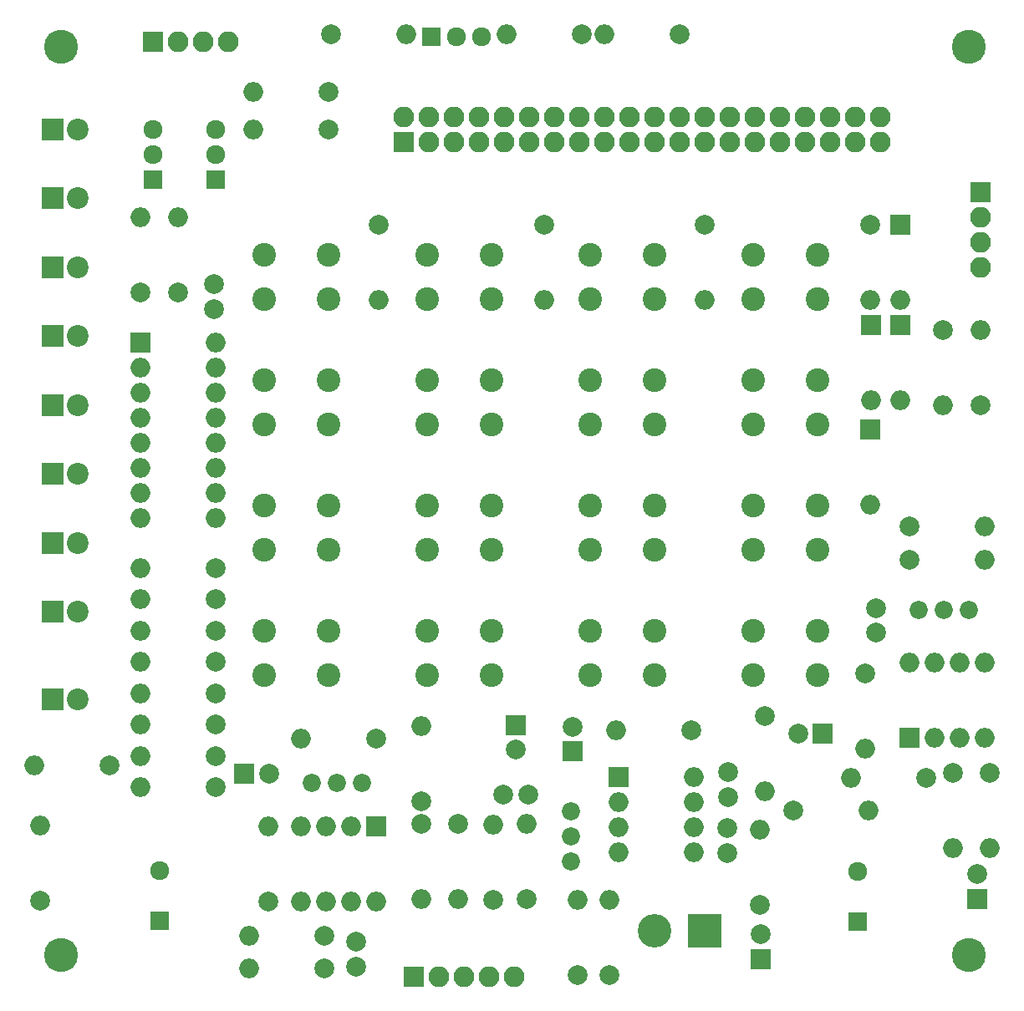
<source format=gbr>
G04 #@! TF.FileFunction,Soldermask,Bot*
%FSLAX46Y46*%
G04 Gerber Fmt 4.6, Leading zero omitted, Abs format (unit mm)*
G04 Created by KiCad (PCBNEW 4.0.7) date 09/29/21 12:06:07*
%MOMM*%
%LPD*%
G01*
G04 APERTURE LIST*
%ADD10C,0.100000*%
%ADD11R,2.100000X2.100000*%
%ADD12O,2.100000X2.100000*%
%ADD13R,1.924000X1.924000*%
%ADD14C,1.924000*%
%ADD15C,2.000000*%
%ADD16C,2.400000*%
%ADD17C,1.840000*%
%ADD18O,2.000000X2.000000*%
%ADD19R,2.200000X2.200000*%
%ADD20C,2.200000*%
%ADD21R,2.000000X2.000000*%
%ADD22C,3.448000*%
%ADD23C,1.920000*%
%ADD24R,1.920000X1.920000*%
%ADD25R,3.400000X3.400000*%
%ADD26C,3.400000*%
G04 APERTURE END LIST*
D10*
D11*
X65786000Y-139192000D03*
D12*
X68326000Y-139192000D03*
X70866000Y-139192000D03*
X73406000Y-139192000D03*
X75946000Y-139192000D03*
D13*
X110750000Y-133660000D03*
D14*
X110750000Y-128580000D03*
D15*
X97540000Y-124140000D03*
X97540000Y-126640000D03*
D16*
X106680000Y-70540000D03*
X106680000Y-66040000D03*
X100180000Y-70540000D03*
X100180000Y-66040000D03*
D17*
X81661000Y-127508000D03*
X81661000Y-124968000D03*
X81661000Y-122428000D03*
X55400000Y-119600000D03*
X57940000Y-119600000D03*
X60480000Y-119600000D03*
D15*
X45720000Y-104140000D03*
D18*
X38100000Y-104140000D03*
D15*
X45570000Y-71550000D03*
X45570000Y-69050000D03*
D19*
X29210000Y-53340000D03*
D20*
X31750000Y-53340000D03*
D19*
X29210000Y-60325000D03*
D20*
X31750000Y-60325000D03*
D19*
X29210000Y-67310000D03*
D20*
X31750000Y-67310000D03*
D19*
X29210000Y-74295000D03*
D20*
X31750000Y-74295000D03*
D19*
X29210000Y-81280000D03*
D20*
X31750000Y-81280000D03*
D19*
X29210000Y-88265000D03*
D20*
X31750000Y-88265000D03*
D19*
X29210000Y-95250000D03*
D20*
X31750000Y-95250000D03*
D19*
X29210000Y-102235000D03*
D20*
X31750000Y-102235000D03*
D21*
X112100000Y-73200000D03*
D18*
X112100000Y-80820000D03*
D21*
X115062000Y-73152000D03*
D18*
X115062000Y-80772000D03*
D21*
X111980000Y-83760000D03*
D18*
X111980000Y-91380000D03*
D21*
X115020000Y-63020000D03*
D18*
X115020000Y-70640000D03*
D11*
X123190000Y-59690000D03*
D12*
X123190000Y-62230000D03*
X123190000Y-64770000D03*
X123190000Y-67310000D03*
D11*
X64770000Y-54610000D03*
D12*
X64770000Y-52070000D03*
X67310000Y-54610000D03*
X67310000Y-52070000D03*
X69850000Y-54610000D03*
X69850000Y-52070000D03*
X72390000Y-54610000D03*
X72390000Y-52070000D03*
X74930000Y-54610000D03*
X74930000Y-52070000D03*
X77470000Y-54610000D03*
X77470000Y-52070000D03*
X80010000Y-54610000D03*
X80010000Y-52070000D03*
X82550000Y-54610000D03*
X82550000Y-52070000D03*
X85090000Y-54610000D03*
X85090000Y-52070000D03*
X87630000Y-54610000D03*
X87630000Y-52070000D03*
X90170000Y-54610000D03*
X90170000Y-52070000D03*
X92710000Y-54610000D03*
X92710000Y-52070000D03*
X95250000Y-54610000D03*
X95250000Y-52070000D03*
X97790000Y-54610000D03*
X97790000Y-52070000D03*
X100330000Y-54610000D03*
X100330000Y-52070000D03*
X102870000Y-54610000D03*
X102870000Y-52070000D03*
X105410000Y-54610000D03*
X105410000Y-52070000D03*
X107950000Y-54610000D03*
X107950000Y-52070000D03*
X110490000Y-54610000D03*
X110490000Y-52070000D03*
X113030000Y-54610000D03*
X113030000Y-52070000D03*
D15*
X45720000Y-97790000D03*
D18*
X38100000Y-97790000D03*
D15*
X45720000Y-100965000D03*
D18*
X38100000Y-100965000D03*
D15*
X45720000Y-107315000D03*
D18*
X38100000Y-107315000D03*
D15*
X45720000Y-110490000D03*
D18*
X38100000Y-110490000D03*
D15*
X45720000Y-113665000D03*
D18*
X38100000Y-113665000D03*
D15*
X45720000Y-116840000D03*
D18*
X38100000Y-116840000D03*
D15*
X45720000Y-120015000D03*
D18*
X38100000Y-120015000D03*
D15*
X62230000Y-62992000D03*
D18*
X62230000Y-70612000D03*
D15*
X78994000Y-62992000D03*
D18*
X78994000Y-70612000D03*
D15*
X95250000Y-62992000D03*
D18*
X95250000Y-70612000D03*
D15*
X112014000Y-62992000D03*
D18*
X112014000Y-70612000D03*
D16*
X57150000Y-83240000D03*
X57150000Y-78740000D03*
X50650000Y-83240000D03*
X50650000Y-78740000D03*
X57150000Y-95940000D03*
X57150000Y-91440000D03*
X50650000Y-95940000D03*
X50650000Y-91440000D03*
X57150000Y-108640000D03*
X57150000Y-104140000D03*
X50650000Y-108640000D03*
X50650000Y-104140000D03*
X57150000Y-70540000D03*
X57150000Y-66040000D03*
X50650000Y-70540000D03*
X50650000Y-66040000D03*
X73660000Y-83240000D03*
X73660000Y-78740000D03*
X67160000Y-83240000D03*
X67160000Y-78740000D03*
X73660000Y-95940000D03*
X73660000Y-91440000D03*
X67160000Y-95940000D03*
X67160000Y-91440000D03*
X73660000Y-108640000D03*
X73660000Y-104140000D03*
X67160000Y-108640000D03*
X67160000Y-104140000D03*
X73660000Y-70540000D03*
X73660000Y-66040000D03*
X67160000Y-70540000D03*
X67160000Y-66040000D03*
X90170000Y-83240000D03*
X90170000Y-78740000D03*
X83670000Y-83240000D03*
X83670000Y-78740000D03*
X90170000Y-95940000D03*
X90170000Y-91440000D03*
X83670000Y-95940000D03*
X83670000Y-91440000D03*
X90170000Y-108640000D03*
X90170000Y-104140000D03*
X83670000Y-108640000D03*
X83670000Y-104140000D03*
X90170000Y-70540000D03*
X90170000Y-66040000D03*
X83670000Y-70540000D03*
X83670000Y-66040000D03*
X106680000Y-83240000D03*
X106680000Y-78740000D03*
X100180000Y-83240000D03*
X100180000Y-78740000D03*
X106680000Y-95940000D03*
X106680000Y-91440000D03*
X100180000Y-95940000D03*
X100180000Y-91440000D03*
X106680000Y-108640000D03*
X106680000Y-104140000D03*
X100180000Y-108640000D03*
X100180000Y-104140000D03*
D21*
X38100000Y-74930000D03*
D18*
X45720000Y-92710000D03*
X38100000Y-77470000D03*
X45720000Y-90170000D03*
X38100000Y-80010000D03*
X45720000Y-87630000D03*
X38100000Y-82550000D03*
X45720000Y-85090000D03*
X38100000Y-85090000D03*
X45720000Y-82550000D03*
X38100000Y-87630000D03*
X45720000Y-80010000D03*
X38100000Y-90170000D03*
X45720000Y-77470000D03*
X38100000Y-92710000D03*
X45720000Y-74930000D03*
D22*
X30000000Y-45000000D03*
X122000000Y-45000000D03*
X122000000Y-137000000D03*
X30000000Y-137000000D03*
D11*
X39370000Y-44450000D03*
D12*
X41910000Y-44450000D03*
X44450000Y-44450000D03*
X46990000Y-44450000D03*
D23*
X39370000Y-55880000D03*
X39370000Y-53340000D03*
D24*
X39370000Y-58420000D03*
D23*
X45720000Y-55880000D03*
X45720000Y-53340000D03*
D24*
X45720000Y-58420000D03*
D15*
X38100000Y-69850000D03*
D18*
X38100000Y-62230000D03*
D15*
X41910000Y-69850000D03*
D18*
X41910000Y-62230000D03*
D15*
X57150000Y-49530000D03*
D18*
X49530000Y-49530000D03*
D15*
X57150000Y-53340000D03*
D18*
X49530000Y-53340000D03*
D21*
X48610000Y-118610000D03*
D15*
X51110000Y-118610000D03*
X97610000Y-120970000D03*
X97610000Y-118470000D03*
X59944000Y-138176000D03*
X59944000Y-135676000D03*
D21*
X100930000Y-137390000D03*
D15*
X100930000Y-134890000D03*
D21*
X76080000Y-113690000D03*
D15*
X76080000Y-116190000D03*
D25*
X95250000Y-134590000D03*
D26*
X90170000Y-134590000D03*
D13*
X40000000Y-133540000D03*
D14*
X40000000Y-128460000D03*
D15*
X27950000Y-131500000D03*
D18*
X27950000Y-123880000D03*
D15*
X82340000Y-139030000D03*
D18*
X82340000Y-131410000D03*
D15*
X85580000Y-139030000D03*
D18*
X85580000Y-131410000D03*
D15*
X51054000Y-131572000D03*
D18*
X51054000Y-123952000D03*
D15*
X66548000Y-123698000D03*
D18*
X66548000Y-131318000D03*
D15*
X56700000Y-135050000D03*
D18*
X49080000Y-135050000D03*
D15*
X100810000Y-131940000D03*
D18*
X100810000Y-124320000D03*
D15*
X61976000Y-115062000D03*
D18*
X54356000Y-115062000D03*
D15*
X73787000Y-131445000D03*
D18*
X73787000Y-123825000D03*
D15*
X77216000Y-131318000D03*
D18*
X77216000Y-123698000D03*
D15*
X70231000Y-123698000D03*
D18*
X70231000Y-131318000D03*
D21*
X86487000Y-118999000D03*
D18*
X94107000Y-126619000D03*
X86487000Y-121539000D03*
X94107000Y-124079000D03*
X86487000Y-124079000D03*
X94107000Y-121539000D03*
X86487000Y-126619000D03*
X94107000Y-118999000D03*
D21*
X61976000Y-123952000D03*
D18*
X54356000Y-131572000D03*
X59436000Y-123952000D03*
X56896000Y-131572000D03*
X56896000Y-123952000D03*
X59436000Y-131572000D03*
X54356000Y-123952000D03*
X61976000Y-131572000D03*
D15*
X77370000Y-120730000D03*
X74870000Y-120730000D03*
D21*
X81840000Y-116360000D03*
D15*
X81840000Y-113860000D03*
X93920000Y-114220000D03*
D18*
X86300000Y-114220000D03*
D15*
X66548000Y-121412000D03*
D18*
X66548000Y-113792000D03*
D19*
X29210000Y-111125000D03*
D20*
X31750000Y-111125000D03*
D15*
X34950000Y-117800000D03*
D18*
X27330000Y-117800000D03*
D23*
X70104000Y-43942000D03*
X72644000Y-43942000D03*
D24*
X67564000Y-43942000D03*
D15*
X57404000Y-43688000D03*
D18*
X65024000Y-43688000D03*
D15*
X119380000Y-73660000D03*
D18*
X119380000Y-81280000D03*
D15*
X123190000Y-81280000D03*
D18*
X123190000Y-73660000D03*
D15*
X82804000Y-43688000D03*
D18*
X75184000Y-43688000D03*
D21*
X122860000Y-131310000D03*
D15*
X122860000Y-128810000D03*
X112610000Y-101830000D03*
X112610000Y-104330000D03*
D21*
X107188000Y-114554000D03*
D15*
X104688000Y-114554000D03*
X104240000Y-122370000D03*
D18*
X111860000Y-122370000D03*
D15*
X124110000Y-118580000D03*
D18*
X124110000Y-126200000D03*
D15*
X111506000Y-108458000D03*
D18*
X111506000Y-116078000D03*
D15*
X120370000Y-118520000D03*
D18*
X120370000Y-126140000D03*
D15*
X116000000Y-97000000D03*
D18*
X123620000Y-97000000D03*
D15*
X116000000Y-93600000D03*
D18*
X123620000Y-93600000D03*
D15*
X101346000Y-112776000D03*
D18*
X101346000Y-120396000D03*
D17*
X122000000Y-102000000D03*
X119460000Y-102000000D03*
X116920000Y-102000000D03*
D21*
X116000000Y-115000000D03*
D18*
X123620000Y-107380000D03*
X118540000Y-115000000D03*
X121080000Y-107380000D03*
X121080000Y-115000000D03*
X118540000Y-107380000D03*
X123620000Y-115000000D03*
X116000000Y-107380000D03*
D15*
X56700000Y-138350000D03*
D18*
X49080000Y-138350000D03*
D15*
X117650000Y-119100000D03*
D18*
X110030000Y-119100000D03*
D15*
X92720000Y-43710000D03*
D18*
X85100000Y-43710000D03*
M02*

</source>
